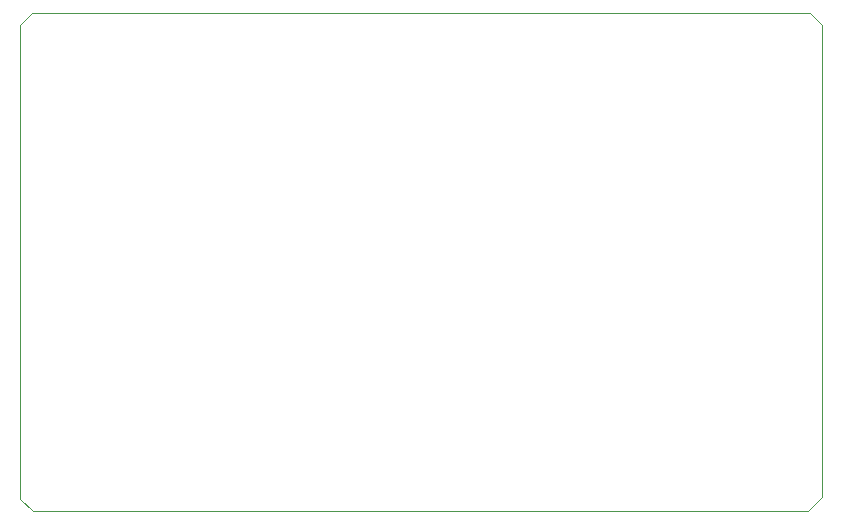
<source format=gm1>
G04 #@! TF.GenerationSoftware,KiCad,Pcbnew,(5.1.4-0)*
G04 #@! TF.CreationDate,2019-11-08T19:26:01-06:00*
G04 #@! TF.ProjectId,cartprotoboardmini,63617274-7072-46f7-946f-626f6172646d,rev?*
G04 #@! TF.SameCoordinates,Original*
G04 #@! TF.FileFunction,Profile,NP*
%FSLAX46Y46*%
G04 Gerber Fmt 4.6, Leading zero omitted, Abs format (unit mm)*
G04 Created by KiCad (PCBNEW (5.1.4-0)) date 2019-11-08 19:26:01*
%MOMM*%
%LPD*%
G04 APERTURE LIST*
%ADD10C,0.050000*%
G04 APERTURE END LIST*
D10*
X103000000Y-41800000D02*
X168875000Y-41800000D01*
X102000000Y-42825000D02*
X103000000Y-41800000D01*
X168875000Y-41800000D02*
X169900000Y-42835000D01*
X169900000Y-42835000D02*
X169900000Y-78010000D01*
X169900000Y-78000000D02*
X169900000Y-82800000D01*
X103100000Y-84000000D02*
X102000000Y-83000000D01*
X169900000Y-82800000D02*
X168700000Y-84000000D01*
X102000000Y-83000000D02*
X102000000Y-42825000D01*
X168700000Y-84000000D02*
X103100000Y-84000000D01*
M02*

</source>
